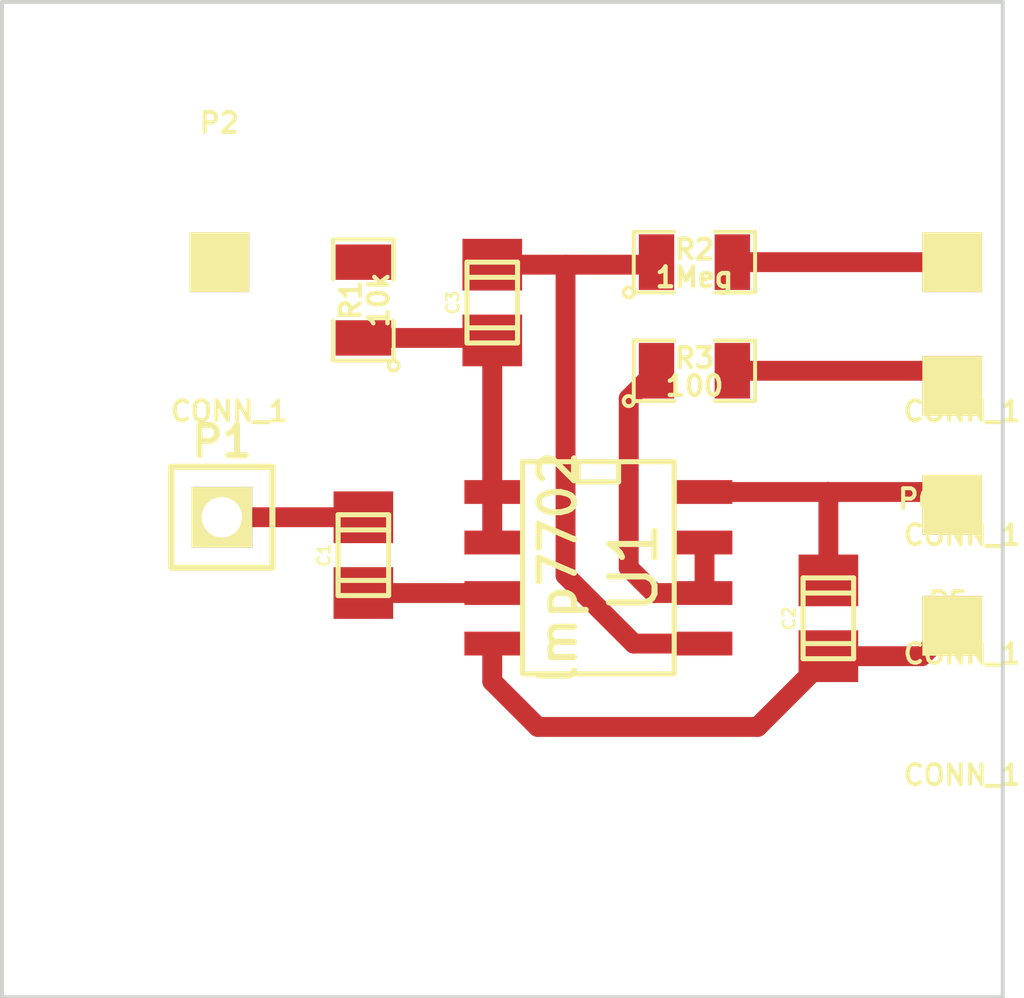
<source format=kicad_pcb>
(kicad_pcb (version 3) (host pcbnew "(22-Jun-2014 BZR 4027)-stable")

  (general
    (links 16)
    (no_connects 1)
    (area 11.887999 11.887999 38.033586 37.007001)
    (thickness 1.6)
    (drawings 4)
    (tracks 30)
    (zones 0)
    (modules 13)
    (nets 11)
  )

  (page A3)
  (layers
    (15 F.Cu signal)
    (0 B.Cu signal)
    (16 B.Adhes user)
    (17 F.Adhes user)
    (18 B.Paste user)
    (19 F.Paste user)
    (20 B.SilkS user)
    (21 F.SilkS user)
    (22 B.Mask user)
    (23 F.Mask user)
    (24 Dwgs.User user)
    (25 Cmts.User user)
    (26 Eco1.User user)
    (27 Eco2.User user)
    (28 Edge.Cuts user)
  )

  (setup
    (last_trace_width 0.5)
    (trace_clearance 0.254)
    (zone_clearance 0.508)
    (zone_45_only no)
    (trace_min 0.254)
    (segment_width 0.2)
    (edge_width 0.1)
    (via_size 0.889)
    (via_drill 0.635)
    (via_min_size 0.889)
    (via_min_drill 0.508)
    (uvia_size 0.508)
    (uvia_drill 0.127)
    (uvias_allowed no)
    (uvia_min_size 0.508)
    (uvia_min_drill 0.127)
    (pcb_text_width 0.3)
    (pcb_text_size 1.5 1.5)
    (mod_edge_width 0.15)
    (mod_text_size 1 1)
    (mod_text_width 0.15)
    (pad_size 1.5 1.5)
    (pad_drill 0)
    (pad_to_mask_clearance 0)
    (aux_axis_origin 0 0)
    (visible_elements FFFFFFBF)
    (pcbplotparams
      (layerselection 3178497)
      (usegerberextensions true)
      (excludeedgelayer true)
      (linewidth 0.150000)
      (plotframeref false)
      (viasonmask false)
      (mode 1)
      (useauxorigin false)
      (hpglpennumber 1)
      (hpglpenspeed 20)
      (hpglpendiameter 15)
      (hpglpenoverlay 2)
      (psnegative false)
      (psa4output false)
      (plotreference true)
      (plotvalue true)
      (plotothertext true)
      (plotinvisibletext false)
      (padsonsilk false)
      (subtractmaskfromsilk false)
      (outputformat 1)
      (mirror false)
      (drillshape 1)
      (scaleselection 1)
      (outputdirectory ""))
  )

  (net 0 "")
  (net 1 +5V)
  (net 2 GND)
  (net 3 N-000001)
  (net 4 N-000002)
  (net 5 N-000003)
  (net 6 N-000004)
  (net 7 N-000006)
  (net 8 N-000007)
  (net 9 N-000008)
  (net 10 N-000009)

  (net_class Default "This is the default net class."
    (clearance 0.254)
    (trace_width 0.5)
    (via_dia 0.889)
    (via_drill 0.635)
    (uvia_dia 0.508)
    (uvia_drill 0.127)
    (add_net "")
    (add_net +5V)
    (add_net GND)
    (add_net N-000001)
    (add_net N-000002)
    (add_net N-000003)
    (add_net N-000004)
    (add_net N-000006)
    (add_net N-000007)
    (add_net N-000008)
    (add_net N-000009)
  )

  (module SO8E (layer F.Cu) (tedit 55D92B70) (tstamp 55CF5886)
    (at 26.924 26.162 270)
    (descr "module CMS SOJ 8 pins etroit")
    (tags "CMS SOJ")
    (path /5592ECDD)
    (attr smd)
    (fp_text reference U1 (at 0 -0.889 270) (layer F.SilkS)
      (effects (font (size 1.143 1.143) (thickness 0.1524)))
    )
    (fp_text value lmp7702 (at 0 1.016 270) (layer F.SilkS)
      (effects (font (size 0.889 0.889) (thickness 0.1524)))
    )
    (fp_line (start -2.667 1.778) (end -2.667 1.905) (layer F.SilkS) (width 0.127))
    (fp_line (start -2.667 1.905) (end 2.667 1.905) (layer F.SilkS) (width 0.127))
    (fp_line (start 2.667 -1.905) (end -2.667 -1.905) (layer F.SilkS) (width 0.127))
    (fp_line (start -2.667 -1.905) (end -2.667 1.778) (layer F.SilkS) (width 0.127))
    (fp_line (start -2.667 -0.508) (end -2.159 -0.508) (layer F.SilkS) (width 0.127))
    (fp_line (start -2.159 -0.508) (end -2.159 0.508) (layer F.SilkS) (width 0.127))
    (fp_line (start -2.159 0.508) (end -2.667 0.508) (layer F.SilkS) (width 0.127))
    (fp_line (start 2.667 -1.905) (end 2.667 1.905) (layer F.SilkS) (width 0.127))
    (pad 8 smd rect (at -1.905 -2.667 270) (size 0.59944 1.39954)
      (layers F.Cu F.Paste F.Mask)
      (net 1 +5V)
    )
    (pad 1 smd rect (at -1.905 2.667 270) (size 0.59944 1.39954)
      (layers F.Cu F.Paste F.Mask)
      (net 8 N-000007)
    )
    (pad 7 smd rect (at -0.635 -2.667 270) (size 0.59944 1.39954)
      (layers F.Cu F.Paste F.Mask)
      (net 9 N-000008)
    )
    (pad 6 smd rect (at 0.635 -2.667 270) (size 0.59944 1.39954)
      (layers F.Cu F.Paste F.Mask)
      (net 9 N-000008)
    )
    (pad 5 smd rect (at 1.905 -2.667 270) (size 0.59944 1.39954)
      (layers F.Cu F.Paste F.Mask)
      (net 10 N-000009)
    )
    (pad 2 smd rect (at -0.635 2.667 270) (size 0.59944 1.39954)
      (layers F.Cu F.Paste F.Mask)
      (net 8 N-000007)
    )
    (pad 3 smd rect (at 0.635 2.667 270) (size 0.59944 1.39954)
      (layers F.Cu F.Paste F.Mask)
      (net 7 N-000006)
    )
    (pad 4 smd rect (at 1.905 2.667 270) (size 0.59944 1.39954)
      (layers F.Cu F.Paste F.Mask)
      (net 2 GND)
    )
    (model smd/cms_so8.wrl
      (at (xyz 0 0 0))
      (scale (xyz 0.5 0.32 0.5))
      (rotate (xyz 0 0 0))
    )
  )

  (module SM0805 (layer F.Cu) (tedit 5091495C) (tstamp 55CF5893)
    (at 21.0185 19.431 90)
    (path /5592EDD4)
    (attr smd)
    (fp_text reference R1 (at 0 -0.3175 90) (layer F.SilkS)
      (effects (font (size 0.50038 0.50038) (thickness 0.10922)))
    )
    (fp_text value 10k (at 0 0.381 90) (layer F.SilkS)
      (effects (font (size 0.50038 0.50038) (thickness 0.10922)))
    )
    (fp_circle (center -1.651 0.762) (end -1.651 0.635) (layer F.SilkS) (width 0.09906))
    (fp_line (start -0.508 0.762) (end -1.524 0.762) (layer F.SilkS) (width 0.09906))
    (fp_line (start -1.524 0.762) (end -1.524 -0.762) (layer F.SilkS) (width 0.09906))
    (fp_line (start -1.524 -0.762) (end -0.508 -0.762) (layer F.SilkS) (width 0.09906))
    (fp_line (start 0.508 -0.762) (end 1.524 -0.762) (layer F.SilkS) (width 0.09906))
    (fp_line (start 1.524 -0.762) (end 1.524 0.762) (layer F.SilkS) (width 0.09906))
    (fp_line (start 1.524 0.762) (end 0.508 0.762) (layer F.SilkS) (width 0.09906))
    (pad 1 smd rect (at -0.9525 0 90) (size 0.889 1.397)
      (layers F.Cu F.Paste F.Mask)
      (net 8 N-000007)
    )
    (pad 2 smd rect (at 0.9525 0 90) (size 0.889 1.397)
      (layers F.Cu F.Paste F.Mask)
      (net 3 N-000001)
    )
    (model smd/chip_cms.wrl
      (at (xyz 0 0 0))
      (scale (xyz 0.1 0.1 0.1))
      (rotate (xyz 0 0 0))
    )
  )

  (module SM0805 (layer F.Cu) (tedit 5091495C) (tstamp 55CF58A0)
    (at 29.337 21.209)
    (path /5592EDE3)
    (attr smd)
    (fp_text reference R3 (at 0 -0.3175) (layer F.SilkS)
      (effects (font (size 0.50038 0.50038) (thickness 0.10922)))
    )
    (fp_text value 100 (at 0 0.381) (layer F.SilkS)
      (effects (font (size 0.50038 0.50038) (thickness 0.10922)))
    )
    (fp_circle (center -1.651 0.762) (end -1.651 0.635) (layer F.SilkS) (width 0.09906))
    (fp_line (start -0.508 0.762) (end -1.524 0.762) (layer F.SilkS) (width 0.09906))
    (fp_line (start -1.524 0.762) (end -1.524 -0.762) (layer F.SilkS) (width 0.09906))
    (fp_line (start -1.524 -0.762) (end -0.508 -0.762) (layer F.SilkS) (width 0.09906))
    (fp_line (start 0.508 -0.762) (end 1.524 -0.762) (layer F.SilkS) (width 0.09906))
    (fp_line (start 1.524 -0.762) (end 1.524 0.762) (layer F.SilkS) (width 0.09906))
    (fp_line (start 1.524 0.762) (end 0.508 0.762) (layer F.SilkS) (width 0.09906))
    (pad 1 smd rect (at -0.9525 0) (size 0.889 1.397)
      (layers F.Cu F.Paste F.Mask)
      (net 9 N-000008)
    )
    (pad 2 smd rect (at 0.9525 0) (size 0.889 1.397)
      (layers F.Cu F.Paste F.Mask)
      (net 5 N-000003)
    )
    (model smd/chip_cms.wrl
      (at (xyz 0 0 0))
      (scale (xyz 0.1 0.1 0.1))
      (rotate (xyz 0 0 0))
    )
  )

  (module SM0805 (layer F.Cu) (tedit 5091495C) (tstamp 55CF58AD)
    (at 29.337 18.4785)
    (path /55CF4C85)
    (attr smd)
    (fp_text reference R2 (at 0 -0.3175) (layer F.SilkS)
      (effects (font (size 0.50038 0.50038) (thickness 0.10922)))
    )
    (fp_text value 1Meg (at 0 0.381) (layer F.SilkS)
      (effects (font (size 0.50038 0.50038) (thickness 0.10922)))
    )
    (fp_circle (center -1.651 0.762) (end -1.651 0.635) (layer F.SilkS) (width 0.09906))
    (fp_line (start -0.508 0.762) (end -1.524 0.762) (layer F.SilkS) (width 0.09906))
    (fp_line (start -1.524 0.762) (end -1.524 -0.762) (layer F.SilkS) (width 0.09906))
    (fp_line (start -1.524 -0.762) (end -0.508 -0.762) (layer F.SilkS) (width 0.09906))
    (fp_line (start 0.508 -0.762) (end 1.524 -0.762) (layer F.SilkS) (width 0.09906))
    (fp_line (start 1.524 -0.762) (end 1.524 0.762) (layer F.SilkS) (width 0.09906))
    (fp_line (start 1.524 0.762) (end 0.508 0.762) (layer F.SilkS) (width 0.09906))
    (pad 1 smd rect (at -0.9525 0) (size 0.889 1.397)
      (layers F.Cu F.Paste F.Mask)
      (net 10 N-000009)
    )
    (pad 2 smd rect (at 0.9525 0) (size 0.889 1.397)
      (layers F.Cu F.Paste F.Mask)
      (net 6 N-000004)
    )
    (model smd/chip_cms.wrl
      (at (xyz 0 0 0))
      (scale (xyz 0.1 0.1 0.1))
      (rotate (xyz 0 0 0))
    )
  )

  (module PIN_ARRAY_1 (layer F.Cu) (tedit 4E4E744E) (tstamp 55CF58B6)
    (at 17.4625 24.892)
    (descr "1 pin")
    (tags "CONN DEV")
    (path /5592EFE7)
    (fp_text reference P1 (at 0 -1.905) (layer F.SilkS)
      (effects (font (size 0.762 0.762) (thickness 0.1524)))
    )
    (fp_text value CONN_1 (at 0 -1.905) (layer F.SilkS) hide
      (effects (font (size 0.762 0.762) (thickness 0.1524)))
    )
    (fp_line (start 1.27 1.27) (end -1.27 1.27) (layer F.SilkS) (width 0.1524))
    (fp_line (start -1.27 -1.27) (end 1.27 -1.27) (layer F.SilkS) (width 0.1524))
    (fp_line (start -1.27 1.27) (end -1.27 -1.27) (layer F.SilkS) (width 0.1524))
    (fp_line (start 1.27 -1.27) (end 1.27 1.27) (layer F.SilkS) (width 0.1524))
    (pad 1 thru_hole rect (at 0 0) (size 1.524 1.524) (drill 1.016)
      (layers *.Cu *.Mask F.SilkS)
      (net 4 N-000002)
    )
    (model pin_array\pin_1.wrl
      (at (xyz 0 0 0))
      (scale (xyz 1 1 1))
      (rotate (xyz 0 0 0))
    )
  )

  (module c_0805 (layer F.Cu) (tedit 49047394) (tstamp 55CFBACD)
    (at 24.257 19.4945 90)
    (descr "SMT capacitor, 0805")
    (path /5592EDF2)
    (fp_text reference C3 (at 0 -0.9906 90) (layer F.SilkS)
      (effects (font (size 0.29972 0.29972) (thickness 0.06096)))
    )
    (fp_text value .22upf (at 0 0.9906 90) (layer F.SilkS) hide
      (effects (font (size 0.29972 0.29972) (thickness 0.06096)))
    )
    (fp_line (start 0.635 -0.635) (end 0.635 0.635) (layer F.SilkS) (width 0.127))
    (fp_line (start -0.635 -0.635) (end -0.635 0.6096) (layer F.SilkS) (width 0.127))
    (fp_line (start -1.016 -0.635) (end 1.016 -0.635) (layer F.SilkS) (width 0.127))
    (fp_line (start 1.016 -0.635) (end 1.016 0.635) (layer F.SilkS) (width 0.127))
    (fp_line (start 1.016 0.635) (end -1.016 0.635) (layer F.SilkS) (width 0.127))
    (fp_line (start -1.016 0.635) (end -1.016 -0.635) (layer F.SilkS) (width 0.127))
    (pad 1 smd rect (at 0.9525 0 90) (size 1.30048 1.4986)
      (layers F.Cu F.Paste F.Mask)
      (net 10 N-000009)
    )
    (pad 2 smd rect (at -0.9525 0 90) (size 1.30048 1.4986)
      (layers F.Cu F.Paste F.Mask)
      (net 8 N-000007)
    )
    (model smd/capacitors/c_0805.wrl
      (at (xyz 0 0 0))
      (scale (xyz 1 1 1))
      (rotate (xyz 0 0 0))
    )
  )

  (module c_0805 (layer F.Cu) (tedit 49047394) (tstamp 55CF58CE)
    (at 21.0185 25.8445 90)
    (descr "SMT capacitor, 0805")
    (path /5592EE01)
    (fp_text reference C1 (at 0 -0.9906 90) (layer F.SilkS)
      (effects (font (size 0.29972 0.29972) (thickness 0.06096)))
    )
    (fp_text value 10nf (at 0 0.9906 90) (layer F.SilkS) hide
      (effects (font (size 0.29972 0.29972) (thickness 0.06096)))
    )
    (fp_line (start 0.635 -0.635) (end 0.635 0.635) (layer F.SilkS) (width 0.127))
    (fp_line (start -0.635 -0.635) (end -0.635 0.6096) (layer F.SilkS) (width 0.127))
    (fp_line (start -1.016 -0.635) (end 1.016 -0.635) (layer F.SilkS) (width 0.127))
    (fp_line (start 1.016 -0.635) (end 1.016 0.635) (layer F.SilkS) (width 0.127))
    (fp_line (start 1.016 0.635) (end -1.016 0.635) (layer F.SilkS) (width 0.127))
    (fp_line (start -1.016 0.635) (end -1.016 -0.635) (layer F.SilkS) (width 0.127))
    (pad 1 smd rect (at 0.9525 0 90) (size 1.30048 1.4986)
      (layers F.Cu F.Paste F.Mask)
      (net 4 N-000002)
    )
    (pad 2 smd rect (at -0.9525 0 90) (size 1.30048 1.4986)
      (layers F.Cu F.Paste F.Mask)
      (net 7 N-000006)
    )
    (model smd/capacitors/c_0805.wrl
      (at (xyz 0 0 0))
      (scale (xyz 1 1 1))
      (rotate (xyz 0 0 0))
    )
  )

  (module c_0805 (layer F.Cu) (tedit 49047394) (tstamp 55CF58DA)
    (at 32.7025 27.432 90)
    (descr "SMT capacitor, 0805")
    (path /5592EE10)
    (fp_text reference C2 (at 0 -0.9906 90) (layer F.SilkS)
      (effects (font (size 0.29972 0.29972) (thickness 0.06096)))
    )
    (fp_text value 100nf (at 0 0.9906 90) (layer F.SilkS) hide
      (effects (font (size 0.29972 0.29972) (thickness 0.06096)))
    )
    (fp_line (start 0.635 -0.635) (end 0.635 0.635) (layer F.SilkS) (width 0.127))
    (fp_line (start -0.635 -0.635) (end -0.635 0.6096) (layer F.SilkS) (width 0.127))
    (fp_line (start -1.016 -0.635) (end 1.016 -0.635) (layer F.SilkS) (width 0.127))
    (fp_line (start 1.016 -0.635) (end 1.016 0.635) (layer F.SilkS) (width 0.127))
    (fp_line (start 1.016 0.635) (end -1.016 0.635) (layer F.SilkS) (width 0.127))
    (fp_line (start -1.016 0.635) (end -1.016 -0.635) (layer F.SilkS) (width 0.127))
    (pad 1 smd rect (at 0.9525 0 90) (size 1.30048 1.4986)
      (layers F.Cu F.Paste F.Mask)
      (net 1 +5V)
    )
    (pad 2 smd rect (at -0.9525 0 90) (size 1.30048 1.4986)
      (layers F.Cu F.Paste F.Mask)
      (net 2 GND)
    )
    (model smd/capacitors/c_0805.wrl
      (at (xyz 0 0 0))
      (scale (xyz 1 1 1))
      (rotate (xyz 0 0 0))
    )
  )

  (module 1PIN_SMD (layer F.Cu) (tedit 572F88CE) (tstamp 572F8820)
    (at 35.814 18.4785)
    (descr "module 1 pin (ou trou mecanique de percage)")
    (tags DEV)
    (path /55CF4C25)
    (fp_text reference P3 (at -0.254 -0.1905) (layer F.SilkS)
      (effects (font (size 0.5 0.5) (thickness 0.1)))
    )
    (fp_text value CONN_1 (at 0.24892 3.74904) (layer F.SilkS)
      (effects (font (size 0.5 0.5) (thickness 0.1)))
    )
    (pad 1 smd rect (at 0 0) (size 1.5 1.5)
      (layers F.Cu F.Paste F.SilkS F.Mask)
      (net 6 N-000004)
    )
  )

  (module 1PIN_SMD (layer F.Cu) (tedit 55CF5AA8) (tstamp 55CF58FE)
    (at 17.399 18.4785)
    (descr "module 1 pin (ou trou mecanique de percage)")
    (tags DEV)
    (path /55CF4A56)
    (fp_text reference P2 (at 0 -3.50012) (layer F.SilkS)
      (effects (font (size 0.5 0.5) (thickness 0.1)))
    )
    (fp_text value CONN_1 (at 0.24892 3.74904) (layer F.SilkS)
      (effects (font (size 0.5 0.5) (thickness 0.1)))
    )
    (pad 1 smd rect (at 0 0) (size 1.5 1.5)
      (layers F.Cu F.Paste F.SilkS F.Mask)
      (net 3 N-000001)
    )
  )

  (module 1PIN_SMD (layer F.Cu) (tedit 572F88F1) (tstamp 55CF58F5)
    (at 35.814 27.6225)
    (descr "module 1 pin (ou trou mecanique de percage)")
    (tags DEV)
    (path /55931172)
    (fp_text reference P5 (at -0.1016 -0.5969) (layer F.SilkS)
      (effects (font (size 0.5 0.5) (thickness 0.1)))
    )
    (fp_text value CONN_1 (at 0.24892 3.74904) (layer F.SilkS)
      (effects (font (size 0.5 0.5) (thickness 0.1)))
    )
    (pad 1 smd rect (at 0 0) (size 1.5 1.5)
      (layers F.Cu F.Paste F.SilkS F.Mask)
      (net 2 GND)
    )
  )

  (module 1PIN_SMD (layer F.Cu) (tedit 572F88E6) (tstamp 55CF58EC)
    (at 35.814 24.5745)
    (descr "module 1 pin (ou trou mecanique de percage)")
    (tags DEV)
    (path /55931163)
    (fp_text reference P6 (at -0.8636 -0.1397) (layer F.SilkS)
      (effects (font (size 0.5 0.5) (thickness 0.1)))
    )
    (fp_text value CONN_1 (at 0.24892 3.74904) (layer F.SilkS)
      (effects (font (size 0.5 0.5) (thickness 0.1)))
    )
    (pad 1 smd rect (at 0 0) (size 1.5 1.5)
      (layers F.Cu F.Paste F.SilkS F.Mask)
      (net 1 +5V)
    )
  )

  (module 1PIN_SMD (layer F.Cu) (tedit 572F88D7) (tstamp 55CF58E3)
    (at 35.814 21.59)
    (descr "module 1 pin (ou trou mecanique de percage)")
    (tags DEV)
    (path /55931154)
    (fp_text reference P4 (at -0.1016 0.1524) (layer F.SilkS)
      (effects (font (size 0.5 0.5) (thickness 0.1)))
    )
    (fp_text value CONN_1 (at 0.24892 3.74904) (layer F.SilkS)
      (effects (font (size 0.5 0.5) (thickness 0.1)))
    )
    (pad 1 smd rect (at 0 0) (size 1.5 1.5)
      (layers F.Cu F.Paste F.SilkS F.Mask)
      (net 5 N-000003)
    )
  )

  (gr_line (start 11.938 36.957) (end 11.938 11.938) (angle 90) (layer Edge.Cuts) (width 0.1))
  (gr_line (start 37.084 36.957) (end 11.938 36.957) (angle 90) (layer Edge.Cuts) (width 0.1))
  (gr_line (start 37.084 11.938) (end 37.084 36.957) (angle 90) (layer Edge.Cuts) (width 0.1))
  (gr_line (start 11.938 11.938) (end 37.084 11.938) (angle 90) (layer Edge.Cuts) (width 0.1))

  (segment (start 32.7025 24.257) (end 32.7025 26.4795) (width 0.5) (layer F.Cu) (net 1))
  (segment (start 29.591 24.257) (end 32.7025 24.257) (width 0.5) (layer F.Cu) (net 1))
  (segment (start 32.7025 24.257) (end 35.4965 24.257) (width 0.5) (layer F.Cu) (net 1) (tstamp 55CFBB21))
  (segment (start 35.4965 24.257) (end 35.814 24.5745) (width 0.5) (layer F.Cu) (net 1) (tstamp 55CFBB1E))
  (segment (start 32.7025 28.3845) (end 35.052 28.3845) (width 0.5) (layer F.Cu) (net 2))
  (segment (start 35.052 28.3845) (end 35.814 27.6225) (width 0.5) (layer F.Cu) (net 2) (tstamp 55CFBB2A))
  (segment (start 24.257 28.067) (end 24.257 29.0195) (width 0.5) (layer F.Cu) (net 2))
  (segment (start 30.9245 30.1625) (end 32.7025 28.3845) (width 0.5) (layer F.Cu) (net 2) (tstamp 55CFBB28))
  (segment (start 25.4 30.1625) (end 30.9245 30.1625) (width 0.5) (layer F.Cu) (net 2) (tstamp 55CFBB27))
  (segment (start 24.257 29.0195) (end 25.4 30.1625) (width 0.5) (layer F.Cu) (net 2) (tstamp 55CFBB26))
  (segment (start 21.0185 24.892) (end 17.4625 24.892) (width 0.5) (layer F.Cu) (net 4))
  (segment (start 30.2895 21.209) (end 35.433 21.209) (width 0.5) (layer F.Cu) (net 5))
  (segment (start 35.433 21.209) (end 35.814 21.59) (width 0.5) (layer F.Cu) (net 5) (tstamp 55CFBB2D))
  (segment (start 30.2895 18.4785) (end 35.814 18.4785) (width 0.5) (layer F.Cu) (net 6) (status 20))
  (segment (start 24.257 26.797) (end 21.0185 26.797) (width 0.5) (layer F.Cu) (net 7))
  (segment (start 21.0185 20.3835) (end 24.1935 20.3835) (width 0.5) (layer F.Cu) (net 8))
  (segment (start 24.1935 20.3835) (end 24.257 20.447) (width 0.5) (layer F.Cu) (net 8) (tstamp 55CFBB91))
  (segment (start 24.257 24.257) (end 24.257 20.447) (width 0.5) (layer F.Cu) (net 8))
  (segment (start 24.257 25.527) (end 24.257 24.257) (width 0.5) (layer F.Cu) (net 8))
  (segment (start 29.591 26.797) (end 29.591 25.527) (width 0.5) (layer F.Cu) (net 9))
  (segment (start 28.3845 21.209) (end 27.686 21.9075) (width 0.5) (layer F.Cu) (net 9))
  (segment (start 28.321 26.797) (end 29.591 26.797) (width 0.5) (layer F.Cu) (net 9) (tstamp 55CFBA6A))
  (segment (start 27.686 26.162) (end 28.321 26.797) (width 0.5) (layer F.Cu) (net 9) (tstamp 55CFBA69))
  (segment (start 27.686 21.9075) (end 27.686 26.162) (width 0.5) (layer F.Cu) (net 9) (tstamp 55CFBA68))
  (segment (start 26.0985 18.542) (end 28.321 18.542) (width 0.5) (layer F.Cu) (net 10) (tstamp 55CFBA71))
  (segment (start 28.321 18.542) (end 28.3845 18.4785) (width 0.5) (layer F.Cu) (net 10) (tstamp 55CFBA66))
  (segment (start 29.591 28.067) (end 27.813 28.067) (width 0.5) (layer F.Cu) (net 10))
  (segment (start 24.257 18.542) (end 26.0985 18.542) (width 0.5) (layer F.Cu) (net 10))
  (segment (start 27.813 28.067) (end 26.0985 26.3525) (width 0.5) (layer F.Cu) (net 10) (tstamp 55CFBA6E))
  (segment (start 26.0985 26.3525) (end 26.0985 18.542) (width 0.5) (layer F.Cu) (net 10) (tstamp 55CFBA6F))

  (zone (net 3) (net_name N-000001) (layer F.Cu) (tstamp 55CFBBA6) (hatch edge 0.508)
    (connect_pads (clearance 0.508))
    (min_thickness 0.254)
    (fill (arc_segments 16) (thermal_gap 0) (thermal_bridge_width 5.08))
    (polygon
      (pts
        (xy 37.084 36.957) (xy 11.938 36.957) (xy 11.938 11.938) (xy 37.084 11.938)
      )
    )
  )
)

</source>
